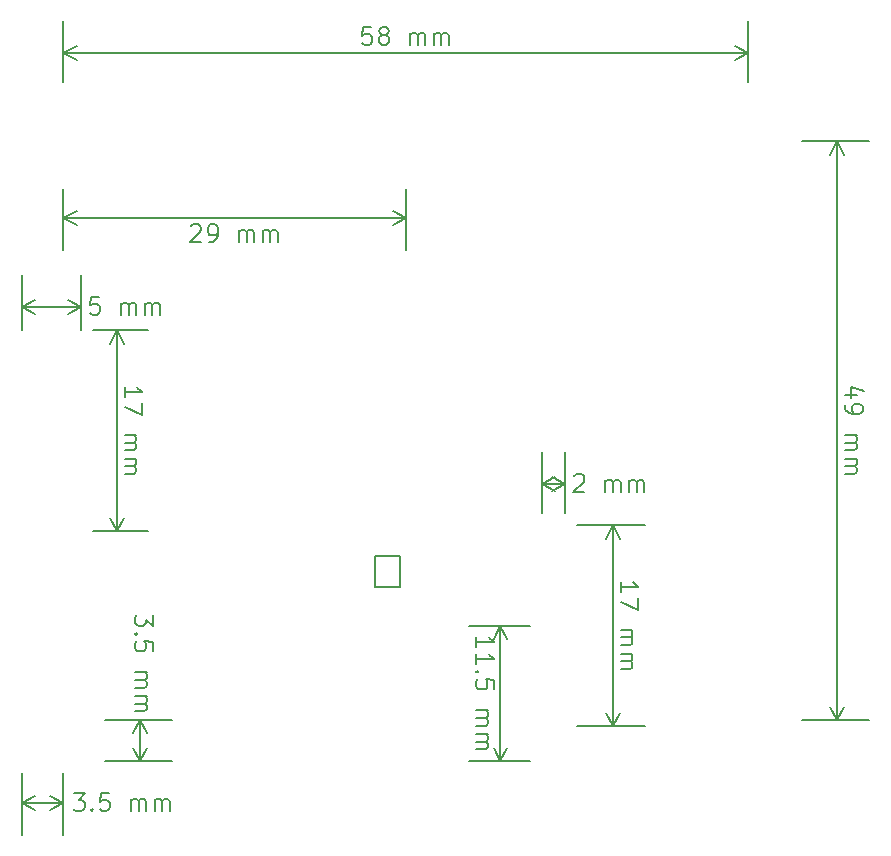
<source format=gbr>
G04 #@! TF.GenerationSoftware,KiCad,Pcbnew,(5.1.5)-2*
G04 #@! TF.CreationDate,2020-04-29T21:28:48+02:00*
G04 #@! TF.ProjectId,UPS-2,5550532d-322e-46b6-9963-61645f706362,rev?*
G04 #@! TF.SameCoordinates,Original*
G04 #@! TF.FileFunction,OtherDrawing,Comment*
%FSLAX46Y46*%
G04 Gerber Fmt 4.6, Leading zero omitted, Abs format (unit mm)*
G04 Created by KiCad (PCBNEW (5.1.5)-2) date 2020-04-29 21:28:48*
%MOMM*%
%LPD*%
G04 APERTURE LIST*
%ADD10C,0.150000*%
%ADD11C,0.152400*%
G04 APERTURE END LIST*
D10*
X120376428Y-54018571D02*
X119662142Y-54018571D01*
X119590714Y-54732857D01*
X119662142Y-54661428D01*
X119805000Y-54590000D01*
X120162142Y-54590000D01*
X120305000Y-54661428D01*
X120376428Y-54732857D01*
X120447857Y-54875714D01*
X120447857Y-55232857D01*
X120376428Y-55375714D01*
X120305000Y-55447142D01*
X120162142Y-55518571D01*
X119805000Y-55518571D01*
X119662142Y-55447142D01*
X119590714Y-55375714D01*
X121305000Y-54661428D02*
X121162142Y-54590000D01*
X121090714Y-54518571D01*
X121019285Y-54375714D01*
X121019285Y-54304285D01*
X121090714Y-54161428D01*
X121162142Y-54090000D01*
X121305000Y-54018571D01*
X121590714Y-54018571D01*
X121733571Y-54090000D01*
X121805000Y-54161428D01*
X121876428Y-54304285D01*
X121876428Y-54375714D01*
X121805000Y-54518571D01*
X121733571Y-54590000D01*
X121590714Y-54661428D01*
X121305000Y-54661428D01*
X121162142Y-54732857D01*
X121090714Y-54804285D01*
X121019285Y-54947142D01*
X121019285Y-55232857D01*
X121090714Y-55375714D01*
X121162142Y-55447142D01*
X121305000Y-55518571D01*
X121590714Y-55518571D01*
X121733571Y-55447142D01*
X121805000Y-55375714D01*
X121876428Y-55232857D01*
X121876428Y-54947142D01*
X121805000Y-54804285D01*
X121733571Y-54732857D01*
X121590714Y-54661428D01*
X123662142Y-55518571D02*
X123662142Y-54518571D01*
X123662142Y-54661428D02*
X123733571Y-54590000D01*
X123876428Y-54518571D01*
X124090714Y-54518571D01*
X124233571Y-54590000D01*
X124305000Y-54732857D01*
X124305000Y-55518571D01*
X124305000Y-54732857D02*
X124376428Y-54590000D01*
X124519285Y-54518571D01*
X124733571Y-54518571D01*
X124876428Y-54590000D01*
X124947857Y-54732857D01*
X124947857Y-55518571D01*
X125662142Y-55518571D02*
X125662142Y-54518571D01*
X125662142Y-54661428D02*
X125733571Y-54590000D01*
X125876428Y-54518571D01*
X126090714Y-54518571D01*
X126233571Y-54590000D01*
X126305000Y-54732857D01*
X126305000Y-55518571D01*
X126305000Y-54732857D02*
X126376428Y-54590000D01*
X126519285Y-54518571D01*
X126733571Y-54518571D01*
X126876428Y-54590000D01*
X126947857Y-54732857D01*
X126947857Y-55518571D01*
X94305000Y-56190000D02*
X152305000Y-56190000D01*
X94305000Y-58690000D02*
X94305000Y-53490000D01*
X152305000Y-58690000D02*
X152305000Y-53490000D01*
X152305000Y-56190000D02*
X151178496Y-56776421D01*
X152305000Y-56190000D02*
X151178496Y-55603579D01*
X94305000Y-56190000D02*
X95431504Y-56776421D01*
X94305000Y-56190000D02*
X95431504Y-55603579D01*
X105090714Y-70861427D02*
X105162142Y-70789999D01*
X105305000Y-70718570D01*
X105662142Y-70718570D01*
X105805000Y-70789999D01*
X105876428Y-70861427D01*
X105947857Y-71004284D01*
X105947857Y-71147141D01*
X105876428Y-71361427D01*
X105019285Y-72218570D01*
X105947857Y-72218570D01*
X106662142Y-72218570D02*
X106947857Y-72218570D01*
X107090714Y-72147141D01*
X107162142Y-72075713D01*
X107305000Y-71861427D01*
X107376428Y-71575713D01*
X107376428Y-71004284D01*
X107305000Y-70861427D01*
X107233571Y-70789999D01*
X107090714Y-70718570D01*
X106805000Y-70718570D01*
X106662142Y-70789999D01*
X106590714Y-70861427D01*
X106519285Y-71004284D01*
X106519285Y-71361427D01*
X106590714Y-71504284D01*
X106662142Y-71575713D01*
X106805000Y-71647141D01*
X107090714Y-71647141D01*
X107233571Y-71575713D01*
X107305000Y-71504284D01*
X107376428Y-71361427D01*
X109162142Y-72218570D02*
X109162142Y-71218570D01*
X109162142Y-71361427D02*
X109233571Y-71289999D01*
X109376428Y-71218570D01*
X109590714Y-71218570D01*
X109733571Y-71289999D01*
X109805000Y-71432856D01*
X109805000Y-72218570D01*
X109805000Y-71432856D02*
X109876428Y-71289999D01*
X110019285Y-71218570D01*
X110233571Y-71218570D01*
X110376428Y-71289999D01*
X110447857Y-71432856D01*
X110447857Y-72218570D01*
X111162142Y-72218570D02*
X111162142Y-71218570D01*
X111162142Y-71361427D02*
X111233571Y-71289999D01*
X111376428Y-71218570D01*
X111590714Y-71218570D01*
X111733571Y-71289999D01*
X111805000Y-71432856D01*
X111805000Y-72218570D01*
X111805000Y-71432856D02*
X111876428Y-71289999D01*
X112019285Y-71218570D01*
X112233571Y-71218570D01*
X112376428Y-71289999D01*
X112447857Y-71432856D01*
X112447857Y-72218570D01*
X94305000Y-70189999D02*
X123305000Y-70189999D01*
X94305000Y-67690000D02*
X94305000Y-72889999D01*
X123305000Y-67690000D02*
X123305000Y-72889999D01*
X123305000Y-70189999D02*
X122178496Y-70776420D01*
X123305000Y-70189999D02*
X122178496Y-69603578D01*
X94305000Y-70189999D02*
X95431504Y-70776420D01*
X94305000Y-70189999D02*
X95431504Y-69603578D01*
X99476428Y-85332857D02*
X99476428Y-84475714D01*
X99476428Y-84904285D02*
X100976428Y-84904285D01*
X100762142Y-84761428D01*
X100619285Y-84618571D01*
X100547857Y-84475714D01*
X100976428Y-85832857D02*
X100976428Y-86832857D01*
X99476428Y-86190000D01*
X99476428Y-88547142D02*
X100476428Y-88547142D01*
X100333571Y-88547142D02*
X100405000Y-88618571D01*
X100476428Y-88761428D01*
X100476428Y-88975714D01*
X100405000Y-89118571D01*
X100262142Y-89190000D01*
X99476428Y-89190000D01*
X100262142Y-89190000D02*
X100405000Y-89261428D01*
X100476428Y-89404285D01*
X100476428Y-89618571D01*
X100405000Y-89761428D01*
X100262142Y-89832857D01*
X99476428Y-89832857D01*
X99476428Y-90547142D02*
X100476428Y-90547142D01*
X100333571Y-90547142D02*
X100405000Y-90618571D01*
X100476428Y-90761428D01*
X100476428Y-90975714D01*
X100405000Y-91118571D01*
X100262142Y-91190000D01*
X99476428Y-91190000D01*
X100262142Y-91190000D02*
X100405000Y-91261428D01*
X100476428Y-91404285D01*
X100476428Y-91618571D01*
X100405000Y-91761428D01*
X100262142Y-91832857D01*
X99476428Y-91832857D01*
X98805000Y-79690000D02*
X98805000Y-96690000D01*
X96805000Y-79690000D02*
X101505000Y-79690000D01*
X96805000Y-96690000D02*
X101505000Y-96690000D01*
X98805000Y-96690000D02*
X98218579Y-95563496D01*
X98805000Y-96690000D02*
X99391421Y-95563496D01*
X98805000Y-79690000D02*
X98218579Y-80816504D01*
X98805000Y-79690000D02*
X99391421Y-80816504D01*
X97340714Y-76868571D02*
X96626428Y-76868571D01*
X96555000Y-77582857D01*
X96626428Y-77511428D01*
X96769285Y-77440000D01*
X97126428Y-77440000D01*
X97269285Y-77511428D01*
X97340714Y-77582857D01*
X97412142Y-77725714D01*
X97412142Y-78082857D01*
X97340714Y-78225714D01*
X97269285Y-78297142D01*
X97126428Y-78368571D01*
X96769285Y-78368571D01*
X96626428Y-78297142D01*
X96555000Y-78225714D01*
X99197857Y-78368571D02*
X99197857Y-77368571D01*
X99197857Y-77511428D02*
X99269285Y-77440000D01*
X99412142Y-77368571D01*
X99626428Y-77368571D01*
X99769285Y-77440000D01*
X99840714Y-77582857D01*
X99840714Y-78368571D01*
X99840714Y-77582857D02*
X99912142Y-77440000D01*
X100055000Y-77368571D01*
X100269285Y-77368571D01*
X100412142Y-77440000D01*
X100483571Y-77582857D01*
X100483571Y-78368571D01*
X101197857Y-78368571D02*
X101197857Y-77368571D01*
X101197857Y-77511428D02*
X101269285Y-77440000D01*
X101412142Y-77368571D01*
X101626428Y-77368571D01*
X101769285Y-77440000D01*
X101840714Y-77582857D01*
X101840714Y-78368571D01*
X101840714Y-77582857D02*
X101912142Y-77440000D01*
X102055000Y-77368571D01*
X102269285Y-77368571D01*
X102412142Y-77440000D01*
X102483571Y-77582857D01*
X102483571Y-78368571D01*
X90805000Y-77690000D02*
X95805000Y-77690000D01*
X90805000Y-79690000D02*
X90805000Y-74990000D01*
X95805000Y-79690000D02*
X95805000Y-74990000D01*
X95805000Y-77690000D02*
X94678496Y-78276421D01*
X95805000Y-77690000D02*
X94678496Y-77103579D01*
X90805000Y-77690000D02*
X91931504Y-78276421D01*
X90805000Y-77690000D02*
X91931504Y-77103579D01*
X95162142Y-118868571D02*
X96090714Y-118868571D01*
X95590714Y-119440000D01*
X95805000Y-119440000D01*
X95947857Y-119511428D01*
X96019285Y-119582857D01*
X96090714Y-119725714D01*
X96090714Y-120082857D01*
X96019285Y-120225714D01*
X95947857Y-120297142D01*
X95805000Y-120368571D01*
X95376428Y-120368571D01*
X95233571Y-120297142D01*
X95162142Y-120225714D01*
X96733571Y-120225714D02*
X96805000Y-120297142D01*
X96733571Y-120368571D01*
X96662142Y-120297142D01*
X96733571Y-120225714D01*
X96733571Y-120368571D01*
X98162142Y-118868571D02*
X97447857Y-118868571D01*
X97376428Y-119582857D01*
X97447857Y-119511428D01*
X97590714Y-119440000D01*
X97947857Y-119440000D01*
X98090714Y-119511428D01*
X98162142Y-119582857D01*
X98233571Y-119725714D01*
X98233571Y-120082857D01*
X98162142Y-120225714D01*
X98090714Y-120297142D01*
X97947857Y-120368571D01*
X97590714Y-120368571D01*
X97447857Y-120297142D01*
X97376428Y-120225714D01*
X100019285Y-120368571D02*
X100019285Y-119368571D01*
X100019285Y-119511428D02*
X100090714Y-119440000D01*
X100233571Y-119368571D01*
X100447857Y-119368571D01*
X100590714Y-119440000D01*
X100662142Y-119582857D01*
X100662142Y-120368571D01*
X100662142Y-119582857D02*
X100733571Y-119440000D01*
X100876428Y-119368571D01*
X101090714Y-119368571D01*
X101233571Y-119440000D01*
X101305000Y-119582857D01*
X101305000Y-120368571D01*
X102019285Y-120368571D02*
X102019285Y-119368571D01*
X102019285Y-119511428D02*
X102090714Y-119440000D01*
X102233571Y-119368571D01*
X102447857Y-119368571D01*
X102590714Y-119440000D01*
X102662142Y-119582857D01*
X102662142Y-120368571D01*
X102662142Y-119582857D02*
X102733571Y-119440000D01*
X102876428Y-119368571D01*
X103090714Y-119368571D01*
X103233571Y-119440000D01*
X103305000Y-119582857D01*
X103305000Y-120368571D01*
X90805000Y-119690000D02*
X94305000Y-119690000D01*
X90805000Y-117190000D02*
X90805000Y-122390000D01*
X94305000Y-117190000D02*
X94305000Y-122390000D01*
X94305000Y-119690000D02*
X93178496Y-120276421D01*
X94305000Y-119690000D02*
X93178496Y-119103579D01*
X90805000Y-119690000D02*
X91931504Y-120276421D01*
X90805000Y-119690000D02*
X91931504Y-119103579D01*
X141476428Y-101832857D02*
X141476428Y-100975714D01*
X141476428Y-101404285D02*
X142976428Y-101404285D01*
X142762142Y-101261428D01*
X142619285Y-101118571D01*
X142547857Y-100975714D01*
X142976428Y-102332857D02*
X142976428Y-103332857D01*
X141476428Y-102690000D01*
X141476428Y-105047142D02*
X142476428Y-105047142D01*
X142333571Y-105047142D02*
X142405000Y-105118571D01*
X142476428Y-105261428D01*
X142476428Y-105475714D01*
X142405000Y-105618571D01*
X142262142Y-105690000D01*
X141476428Y-105690000D01*
X142262142Y-105690000D02*
X142405000Y-105761428D01*
X142476428Y-105904285D01*
X142476428Y-106118571D01*
X142405000Y-106261428D01*
X142262142Y-106332857D01*
X141476428Y-106332857D01*
X141476428Y-107047142D02*
X142476428Y-107047142D01*
X142333571Y-107047142D02*
X142405000Y-107118571D01*
X142476428Y-107261428D01*
X142476428Y-107475714D01*
X142405000Y-107618571D01*
X142262142Y-107690000D01*
X141476428Y-107690000D01*
X142262142Y-107690000D02*
X142405000Y-107761428D01*
X142476428Y-107904285D01*
X142476428Y-108118571D01*
X142405000Y-108261428D01*
X142262142Y-108332857D01*
X141476428Y-108332857D01*
X140805000Y-96190000D02*
X140805000Y-113190000D01*
X137805000Y-96190000D02*
X143505000Y-96190000D01*
X137805000Y-113190000D02*
X143505000Y-113190000D01*
X140805000Y-113190000D02*
X140218579Y-112063496D01*
X140805000Y-113190000D02*
X141391421Y-112063496D01*
X140805000Y-96190000D02*
X140218579Y-97316504D01*
X140805000Y-96190000D02*
X141391421Y-97316504D01*
X137555000Y-92011428D02*
X137626428Y-91940000D01*
X137769285Y-91868571D01*
X138126428Y-91868571D01*
X138269285Y-91940000D01*
X138340714Y-92011428D01*
X138412142Y-92154285D01*
X138412142Y-92297142D01*
X138340714Y-92511428D01*
X137483571Y-93368571D01*
X138412142Y-93368571D01*
X140197857Y-93368571D02*
X140197857Y-92368571D01*
X140197857Y-92511428D02*
X140269285Y-92440000D01*
X140412142Y-92368571D01*
X140626428Y-92368571D01*
X140769285Y-92440000D01*
X140840714Y-92582857D01*
X140840714Y-93368571D01*
X140840714Y-92582857D02*
X140912142Y-92440000D01*
X141055000Y-92368571D01*
X141269285Y-92368571D01*
X141412142Y-92440000D01*
X141483571Y-92582857D01*
X141483571Y-93368571D01*
X142197857Y-93368571D02*
X142197857Y-92368571D01*
X142197857Y-92511428D02*
X142269285Y-92440000D01*
X142412142Y-92368571D01*
X142626428Y-92368571D01*
X142769285Y-92440000D01*
X142840714Y-92582857D01*
X142840714Y-93368571D01*
X142840714Y-92582857D02*
X142912142Y-92440000D01*
X143055000Y-92368571D01*
X143269285Y-92368571D01*
X143412142Y-92440000D01*
X143483571Y-92582857D01*
X143483571Y-93368571D01*
X134805000Y-92690001D02*
X136805000Y-92690001D01*
X134805000Y-95190000D02*
X134805000Y-89990001D01*
X136805000Y-95190000D02*
X136805000Y-89990001D01*
X136805000Y-92690001D02*
X135678496Y-93276422D01*
X136805000Y-92690001D02*
X135678496Y-92103580D01*
X134805000Y-92690001D02*
X135931504Y-93276422D01*
X134805000Y-92690001D02*
X135931504Y-92103580D01*
X161476427Y-85190000D02*
X160476427Y-85190000D01*
X162047856Y-84832857D02*
X160976427Y-84475714D01*
X160976427Y-85404285D01*
X160476427Y-86047142D02*
X160476427Y-86332857D01*
X160547856Y-86475714D01*
X160619284Y-86547142D01*
X160833570Y-86690000D01*
X161119284Y-86761428D01*
X161690713Y-86761428D01*
X161833570Y-86690000D01*
X161904999Y-86618571D01*
X161976427Y-86475714D01*
X161976427Y-86190000D01*
X161904999Y-86047142D01*
X161833570Y-85975714D01*
X161690713Y-85904285D01*
X161333570Y-85904285D01*
X161190713Y-85975714D01*
X161119284Y-86047142D01*
X161047856Y-86190000D01*
X161047856Y-86475714D01*
X161119284Y-86618571D01*
X161190713Y-86690000D01*
X161333570Y-86761428D01*
X160476427Y-88547142D02*
X161476427Y-88547142D01*
X161333570Y-88547142D02*
X161404999Y-88618571D01*
X161476427Y-88761428D01*
X161476427Y-88975714D01*
X161404999Y-89118571D01*
X161262141Y-89190000D01*
X160476427Y-89190000D01*
X161262141Y-89190000D02*
X161404999Y-89261428D01*
X161476427Y-89404285D01*
X161476427Y-89618571D01*
X161404999Y-89761428D01*
X161262141Y-89832857D01*
X160476427Y-89832857D01*
X160476427Y-90547142D02*
X161476427Y-90547142D01*
X161333570Y-90547142D02*
X161404999Y-90618571D01*
X161476427Y-90761428D01*
X161476427Y-90975714D01*
X161404999Y-91118571D01*
X161262141Y-91190000D01*
X160476427Y-91190000D01*
X161262141Y-91190000D02*
X161404999Y-91261428D01*
X161476427Y-91404285D01*
X161476427Y-91618571D01*
X161404999Y-91761428D01*
X161262141Y-91832857D01*
X160476427Y-91832857D01*
X159804999Y-63690000D02*
X159804999Y-112690000D01*
X156805000Y-63690000D02*
X162504999Y-63690000D01*
X156805000Y-112690000D02*
X162504999Y-112690000D01*
X159804999Y-112690000D02*
X159218578Y-111563496D01*
X159804999Y-112690000D02*
X160391420Y-111563496D01*
X159804999Y-63690000D02*
X159218578Y-64816504D01*
X159804999Y-63690000D02*
X160391420Y-64816504D01*
X101876428Y-103797142D02*
X101876428Y-104725714D01*
X101305000Y-104225714D01*
X101305000Y-104440000D01*
X101233571Y-104582857D01*
X101162142Y-104654285D01*
X101019285Y-104725714D01*
X100662142Y-104725714D01*
X100519285Y-104654285D01*
X100447857Y-104582857D01*
X100376428Y-104440000D01*
X100376428Y-104011428D01*
X100447857Y-103868571D01*
X100519285Y-103797142D01*
X100519285Y-105368571D02*
X100447857Y-105440000D01*
X100376428Y-105368571D01*
X100447857Y-105297142D01*
X100519285Y-105368571D01*
X100376428Y-105368571D01*
X101876428Y-106797142D02*
X101876428Y-106082857D01*
X101162142Y-106011428D01*
X101233571Y-106082857D01*
X101305000Y-106225714D01*
X101305000Y-106582857D01*
X101233571Y-106725714D01*
X101162142Y-106797142D01*
X101019285Y-106868571D01*
X100662142Y-106868571D01*
X100519285Y-106797142D01*
X100447857Y-106725714D01*
X100376428Y-106582857D01*
X100376428Y-106225714D01*
X100447857Y-106082857D01*
X100519285Y-106011428D01*
X100376428Y-108654285D02*
X101376428Y-108654285D01*
X101233571Y-108654285D02*
X101305000Y-108725714D01*
X101376428Y-108868571D01*
X101376428Y-109082857D01*
X101305000Y-109225714D01*
X101162142Y-109297142D01*
X100376428Y-109297142D01*
X101162142Y-109297142D02*
X101305000Y-109368571D01*
X101376428Y-109511428D01*
X101376428Y-109725714D01*
X101305000Y-109868571D01*
X101162142Y-109940000D01*
X100376428Y-109940000D01*
X100376428Y-110654285D02*
X101376428Y-110654285D01*
X101233571Y-110654285D02*
X101305000Y-110725714D01*
X101376428Y-110868571D01*
X101376428Y-111082857D01*
X101305000Y-111225714D01*
X101162142Y-111297142D01*
X100376428Y-111297142D01*
X101162142Y-111297142D02*
X101305000Y-111368571D01*
X101376428Y-111511428D01*
X101376428Y-111725714D01*
X101305000Y-111868571D01*
X101162142Y-111940000D01*
X100376428Y-111940000D01*
X100805000Y-112690000D02*
X100805000Y-116190000D01*
X97805000Y-112690000D02*
X103505000Y-112690000D01*
X97805000Y-116190000D02*
X103505000Y-116190000D01*
X100805000Y-116190000D02*
X100218579Y-115063496D01*
X100805000Y-116190000D02*
X101391421Y-115063496D01*
X100805000Y-112690000D02*
X100218579Y-113816504D01*
X100805000Y-112690000D02*
X101391421Y-113816504D01*
X129276429Y-106511428D02*
X129276429Y-105654285D01*
X129276429Y-106082857D02*
X130776429Y-106082857D01*
X130562143Y-105940000D01*
X130419286Y-105797142D01*
X130347858Y-105654285D01*
X129276429Y-107940000D02*
X129276429Y-107082857D01*
X129276429Y-107511428D02*
X130776429Y-107511428D01*
X130562143Y-107368571D01*
X130419286Y-107225714D01*
X130347858Y-107082857D01*
X129419286Y-108582857D02*
X129347858Y-108654285D01*
X129276429Y-108582857D01*
X129347858Y-108511428D01*
X129419286Y-108582857D01*
X129276429Y-108582857D01*
X130776429Y-110011428D02*
X130776429Y-109297142D01*
X130062143Y-109225714D01*
X130133572Y-109297142D01*
X130205001Y-109440000D01*
X130205001Y-109797142D01*
X130133572Y-109940000D01*
X130062143Y-110011428D01*
X129919286Y-110082857D01*
X129562143Y-110082857D01*
X129419286Y-110011428D01*
X129347858Y-109940000D01*
X129276429Y-109797142D01*
X129276429Y-109440000D01*
X129347858Y-109297142D01*
X129419286Y-109225714D01*
X129276429Y-111868571D02*
X130276429Y-111868571D01*
X130133572Y-111868571D02*
X130205001Y-111940000D01*
X130276429Y-112082857D01*
X130276429Y-112297142D01*
X130205001Y-112440000D01*
X130062143Y-112511428D01*
X129276429Y-112511428D01*
X130062143Y-112511428D02*
X130205001Y-112582857D01*
X130276429Y-112725714D01*
X130276429Y-112940000D01*
X130205001Y-113082857D01*
X130062143Y-113154285D01*
X129276429Y-113154285D01*
X129276429Y-113868571D02*
X130276429Y-113868571D01*
X130133572Y-113868571D02*
X130205001Y-113940000D01*
X130276429Y-114082857D01*
X130276429Y-114297142D01*
X130205001Y-114440000D01*
X130062143Y-114511428D01*
X129276429Y-114511428D01*
X130062143Y-114511428D02*
X130205001Y-114582857D01*
X130276429Y-114725714D01*
X130276429Y-114940000D01*
X130205001Y-115082857D01*
X130062143Y-115154285D01*
X129276429Y-115154285D01*
X131305001Y-104690000D02*
X131305001Y-116190000D01*
X133805000Y-104690000D02*
X128605001Y-104690000D01*
X133805000Y-116190000D02*
X128605001Y-116190000D01*
X131305001Y-116190000D02*
X130718580Y-115063496D01*
X131305001Y-116190000D02*
X131891422Y-115063496D01*
X131305001Y-104690000D02*
X130718580Y-105816504D01*
X131305001Y-104690000D02*
X131891422Y-105816504D01*
D11*
X120703000Y-98776000D02*
X122803000Y-98776000D01*
X120703000Y-101376000D02*
X122803000Y-101376000D01*
X122803000Y-101376000D02*
X122803000Y-98776000D01*
X120703000Y-101376000D02*
X120703000Y-98776000D01*
M02*

</source>
